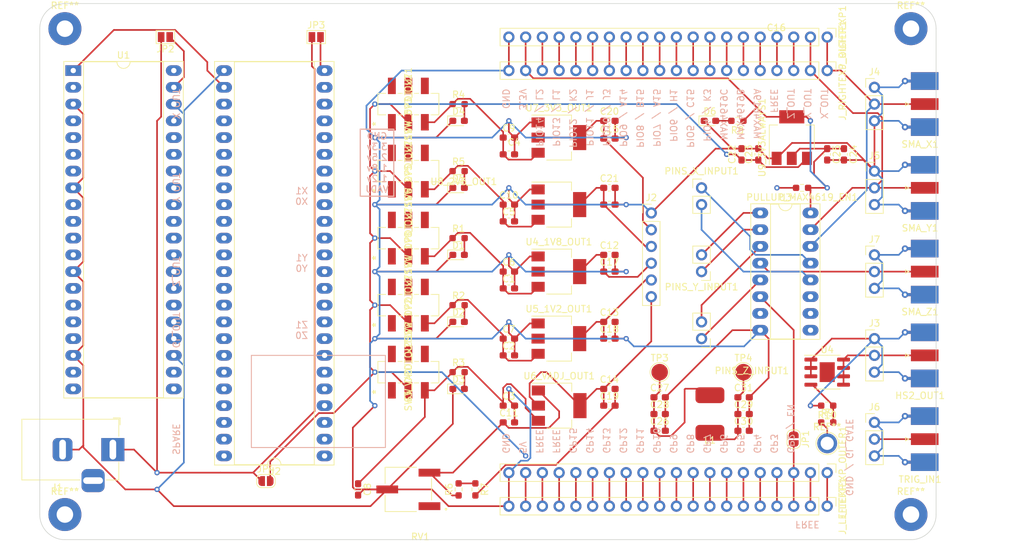
<source format=kicad_pcb>
(kicad_pcb (version 20211014) (generator pcbnew)
  (layers (0 "F.Cu" signal) (1 "In1.Cu" signal) (2 "In2.Cu" signal) (31 "B.Cu" signal) (34 "B.Paste" user) (35 "F.Paste" user) (36 "B.SilkS" user "B.Silkscreen") (37 "F.SilkS" user "F.Silkscreen") (38 "B.Mask" user) (39 "F.Mask" user) (44 "Edge.Cuts" user))
  (net 0 "")
  (net 1 "Net-(C1-Pad1)")
  (net 2 "GND")
  (net 3 "Net-(C2-Pad1)")
  (net 4 "Net-(C3-Pad1)")
  (net 5 "Net-(C4-Pad1)")
  (net 6 "Net-(C10-Pad1)")
  (net 7 "Net-(C11-Pad1)")
  (net 8 "VCC_1V8")
  (net 9 "VCC_1V2")
  (net 10 "VCC_VADJ")
  (net 11 "Net-(C14-Pad2)")
  (net 12 "VCC_3V3")
  (net 13 "VCC_2V5")
  (net 14 "VCC")
  (net 15 "VCC_3V3_ALWAYS")
  (net 16 "Net-(D1-Pad2)")
  (net 17 "Net-(D2-Pad2)")
  (net 18 "Net-(D3-Pad2)")
  (net 19 "Net-(D4-Pad2)")
  (net 20 "Net-(D5-Pad2)")
  (net 21 "Net-(D6-Pad2)")
  (net 22 "HS2_OUT")
  (net 23 "X_OUT")
  (net 24 "Y_OUT")
  (net 25 "TRIG_IN")
  (net 26 "Z_OUT")
  (net 27 "Net-(PINS_X_INPUT1-Pad1)")
  (net 28 "Net-(PINS_X_INPUT1-Pad2)")
  (net 29 "Net-(PINS_Y_INPUT1-Pad1)")
  (net 30 "Net-(PINS_Y_INPUT1-Pad2)")
  (net 31 "Net-(PINS_Z_INPUT1-Pad1)")
  (net 32 "Net-(PINS_Z_INPUT1-Pad2)")
  (net 33 "MAX4619_EN")
  (net 34 "Net-(R6-Pad2)")
  (net 62 "Net-(JP2-Pad1)")
  (net 63 "FREE_LEFT2")
  (net 73 "FPGA_GPIO_12")
  (net 74 "FPGA_GPIO_11")
  (net 75 "FPGA_GPIO_10")
  (net 76 "FPGA_GPIO_9")
  (net 77 "FPGA_GPIO_8")
  (net 78 "FPGA_GPIO_7")
  (net 79 "FPGA_GPIO_6")
  (net 80 "FPGA_GPIO_5")
  (net 81 "FPGA_GPIO_4")
  (net 82 "FPGA_GPIO_3")
  (net 83 "FPGA_GPIO_2")
  (net 85 "MAX4619_C")
  (net 86 "MAX4619_B")
  (net 87 "MAX4619_A")
  (net 89 "RPI_GP0")
  (net 90 "RPI_GP1")
  (net 91 "RPI_GP2")
  (net 92 "RPI_GP3")
  (net 93 "RPI_GP4")
  (net 94 "RPI_GP5")
  (net 95 "RPI_GP6")
  (net 96 "RPI_GP7")
  (net 97 "RPI_GP8")
  (net 98 "RPI_GP9")
  (net 99 "RPI_GP10")
  (net 100 "RPI_GP11")
  (net 101 "RPI_GP12")
  (net 102 "RPI_GP13")
  (net 103 "RPI_GP14")
  (net 104 "RPI_GP15")
  (net 105 "RPI_GP16")
  (net 106 "RPI_GP17")
  (net 119 "FPGA_GPIO_1")
  (net 120 "FILT_IN")
  (net 121 "FILT_OUT")
  (net 122 "FREE_LEFT17")
  (net 123 "FREE_LEFT18")
  (net 124 "FREE_RIGHT4")
  (net 126 "GL_GATE")
  (net 127 "Net-(R10-Pad1)")
  (net 128 "VCC_SWITCHED")
  (net 129 "Net-(U2-Pad24)")
  (footprint "Package_TO_SOT_SMD:SOT-223-3_TabPin2" (layer "F.Cu") (at 189.915714 101.6)
    (fp_text reference "U6_VADJ_OUT1")
    (fp_text value "NCP1117-ADJ_SOT223")
  )
  (footprint "Connector_PinHeader_2.54mm:PinHeader_1x03_P2.54mm_Vertical" (layer "F.Cu") (at 237.720714 53.34)
    (fp_text reference "J4")
    (fp_text value "Conn_01x03")
  )
  (footprint "Connector_PinHeader_2.54mm:PinHeader_1x20_P2.54mm_Vertical" (layer "F.Cu") (at 230.555714 50.8 -90)
    (fp_text reference "J_RIGHTEXP_OUTER1")
    (fp_text value "Conn_01x20")
  )
  (footprint "MountingHole:MountingHole_2.5mm_Pad" (layer "F.Cu") (at 243.255714 118.11)
    (fp_text reference "REF**")
    (fp_text value "MountingHole_2.5mm_Pad")
  )
  (footprint "Capacitor_SMD:C_0603_1608Metric_Pad1.08x0.95mm_HandSolder" (layer "F.Cu") (at 182.295714 60.96)
    (fp_text reference "C9")
    (fp_text value "C")
  )
  (footprint "Resistor_SMD:R_0603_1608Metric_Pad0.98x0.95mm_HandSolder" (layer "F.Cu") (at 174.675714 86.36)
    (fp_text reference "R2")
    (fp_text value "R")
  )
  (footprint "Capacitor_SMD:C_0603_1608Metric_Pad1.08x0.95mm_HandSolder" (layer "F.Cu") (at 197.535714 78.74)
    (fp_text reference "C12")
    (fp_text value "C")
  )
  (footprint "Capacitor_SMD:C_0603_1608Metric_Pad1.08x0.95mm_HandSolder" (layer "F.Cu") (at 197.535714 91.44)
    (fp_text reference "C18")
    (fp_text value "C")
  )
  (footprint "LED_SMD:LED_0603_1608Metric_Pad1.05x0.95mm_HandSolder" (layer "F.Cu") (at 174.675714 58.42)
    (fp_text reference "D4")
    (fp_text value "LED")
  )
  (footprint "Connector_PinHeader_2.54mm:PinHeader_1x20_P2.54mm_Vertical" (layer "F.Cu") (at 230.555714 116.84 -90)
    (fp_text reference "J_LEFTEXP1")
    (fp_text value "Conn_01x20")
  )
  (footprint "all_lib:JS202011SCQN" (layer "F.Cu") (at 167.055714 96.52 90)
    (fp_text reference "SW3_VADJ_OUT1")
    (fp_text value "SW_DPDT_x2")
  )
  (footprint "Capacitor_SMD:C_0603_1608Metric_Pad1.08x0.95mm_HandSolder" (layer "F.Cu") (at 159.435714 114.3 -90)
    (fp_text reference "C8")
    (fp_text value "C")
  )
  (footprint "Capacitor_SMD:C_0603_1608Metric_Pad1.08x0.95mm_HandSolder" (layer "F.Cu") (at 197.535714 61.11)
    (fp_text reference "C15")
    (fp_text value "C")
  )
  (footprint "Capacitor_SMD:C_0603_1608Metric_Pad1.08x0.95mm_HandSolder" (layer "F.Cu") (at 197.535714 71.12)
    (fp_text reference "C16")
    (fp_text value "C")
  )
  (footprint "Package_SO:SOIC-8-1EP_3.9x4.9mm_P1.27mm_EP2.29x3mm" (layer "F.Cu") (at 230.555714 96.52)
    (fp_text reference "U4")
    (fp_text value "irf7807z")
  )
  (footprint "all_lib:TRIM_3361P-1-501GLF" (layer "F.Cu") (at 167.055714 114.3 180)
    (fp_text reference "RV1")
    (fp_text value "R_Potentiometer")
  )
  (footprint "Capacitor_SMD:C_0603_1608Metric_Pad1.08x0.95mm_HandSolder" (layer "F.Cu") (at 205.155714 102.87)
    (fp_text reference "C28")
    (fp_text value "C")
  )
  (footprint "Resistor_SMD:R_0603_1608Metric_Pad0.98x0.95mm_HandSolder" (layer "F.Cu") (at 177.215714 114.3 -90)
    (fp_text reference "R7")
    (fp_text value "R")
  )
  (footprint "TestPoint:TestPoint_Pad_D2.5mm" (layer "F.Cu") (at 217.855714 96.52)
    (fp_text reference "TP4")
    (fp_text value "TestPoint")
  )
  (footprint "Connector_PinHeader_2.54mm:PinHeader_1x20_P2.54mm_Vertical" (layer "F.Cu") (at 230.555714 111.76 -90)
    (fp_text reference "J_LEFTEXP_OUTER1")
    (fp_text value "Conn_01x20")
  )
  (footprint "Package_TO_SOT_SMD:SOT-223-3_TabPin2" (layer "F.Cu") (at 189.875714 71.12)
    (fp_text reference "U8_2V5_OUT1")
    (fp_text value "LD1117S25TR_SOT223")
  )
  (footprint "Resistor_SMD:R_0603_1608Metric_Pad0.98x0.95mm_HandSolder" (layer "F.Cu") (at 174.675714 96.52)
    (fp_text reference "R3")
    (fp_text value "R")
  )
  (footprint "Connector_Coaxial:SMA_Molex_73251-2120_EdgeMount_Horizontal" (layer "F.Cu") (at 245.340714 93.98)
    (fp_text reference "HS2_OUT1")
    (fp_text value "Conn_Coaxial")
  )
  (footprint "Resistor_SMD:R_0603_1608Metric_Pad0.98x0.95mm_HandSolder" (layer "F.Cu") (at 174.675714 76.2)
    (fp_text reference "R1")
    (fp_text value "R")
  )
  (footprint "Capacitor_SMD:C_0603_1608Metric_Pad1.08x0.95mm_HandSolder" (layer "F.Cu") (at 182.295714 93.98)
    (fp_text reference "C2")
    (fp_text value "C")
  )
  (footprint "Connector_PinHeader_2.54mm:PinHeader_1x06_P2.54mm_Vertical" (layer "F.Cu") (at 203.885714 72.39)
    (fp_text reference "J2")
    (fp_text value "Conn_01x06")
  )
  (footprint "Capacitor_SMD:C_0603_1608Metric_Pad1.08x0.95mm_HandSolder" (layer "F.Cu") (at 197.535714 68.58)
    (fp_text reference "C21")
    (fp_text value "C")
  )
  (footprint "all_lib:JS202011SCQN" (layer "F.Cu") (at 167.055714 76.2 90)
    (fp_text reference "SW1_1V8_OUT1")
    (fp_text value "SW_DPDT_x2")
  )
  (footprint "Connector_Coaxial:SMA_Molex_73251-2120_EdgeMount_Horizontal" (layer "F.Cu") (at 245.340714 68.58)
    (fp_text reference "SMA_Y1")
    (fp_text value "Conn_Coaxial")
  )
  (footprint "Package_TO_SOT_SMD:SOT-223-3_TabPin2" (layer "F.Cu") (at 189.875714 91.44)
    (fp_text reference "U5_1V2_OUT1")
    (fp_text value "LD1117S12TR_SOT223")
  )
  (footprint "Resistor_SMD:R_0603_1608Metric_Pad0.98x0.95mm_HandSolder" (layer "F.Cu") (at 226.745714 68.58 180)
    (fp_text reference "PULLUP_MAX4619_EN1")
    (fp_text value "R")
  )
  (footprint "all_lib:JS202011SCQN" (layer "F.Cu") (at 167.055714 66.04 90)
    (fp_text reference "SW5_2V5_OUT1")
    (fp_text value "SW_DPDT_x2")
  )
  (footprint "Connector_Coaxial:SMA_Molex_73251-2120_EdgeMount_Horizontal" (layer "F.Cu") (at 245.340714 106.68)
    (fp_text reference "TRIG_IN1")
    (fp_text value "Conn_Coaxial")
  )
  (footprint "Capacitor_SMD:C_0603_1608Metric_Pad1.08x0.95mm_HandSolder" (layer "F.Cu") (at 197.535714 88.9)
    (fp_text reference "C13")
    (fp_text value "C")
  )
  (footprint "Connector_PinHeader_2.54mm:PinHeader_1x03_P2.54mm_Vertical" (layer "F.Cu") (at 237.720714 78.74)
    (fp_text reference "J7")
    (fp_text value "Conn_01x03")
  )
  (footprint "Connector_PinHeader_2.54mm:PinHeader_1x20_P2.54mm_Vertical" (layer "F.Cu") (at 230.555714 45.72 -90)
    (fp_text reference "J_RIGHTEXP1")
    (fp_text value "Conn_01x20")
  )
  (footprint "Resistor_SMD:R_0603_1608Metric_Pad0.98x0.95mm_HandSolder" (layer "F.Cu") (at 230.555714 101.6 180)
    (fp_text reference "R10")
    (fp_text value "10K R")
  )
  (footprint "MountingHole:MountingHole_2.5mm_Pad" (layer "F.Cu") (at 243.255714 44.45)
    (fp_text reference "REF**")
    (fp_text value "MountingHole_2.5mm_Pad")
  )
  (footprint "Capacitor_SMD:C_0603_1608Metric_Pad1.08x0.95mm_HandSolder" (layer "F.Cu") (at 230.555714 63.5 -90)
    (fp_text reference "C25")
    (fp_text value "C")
  )
  (footprint "all_lib:inductor_2727_wurth" (layer "F.Cu") (at 212.775714 99.22)
    (fp_text reference "L1")
    (fp_text value "INDUCTOR")
  )
  (footprint "Capacitor_SMD:C_0603_1608Metric_Pad1.08x0.95mm_HandSolder" (layer "F.Cu") (at 197.535714 58.42)
    (fp_text reference "C20")
    (fp_text value "C")
  )
  (footprint "Capacitor_SMD:C_0603_1608Metric_Pad1.08x0.95mm_HandSolder" (layer "F.Cu") (at 182.295714 101.6)
    (fp_text reference "C3")
    (fp_text value "C")
  )
  (footprint "Jumper:SolderJumper-2_P1.3mm_Open_Pad1.0x1.5mm" (layer "F.Cu") (at 130.225714 45.72 180)
    (fp_text reference "JP2")
    (fp_text value "SolderJumper_2_Open")
  )
  (footprint "Jumper:SolderJumper-2_P1.3mm_Open_RoundedPad1.0x1.5mm" (layer "F.Cu") (at 225.475714 106.68 -90)
    (fp_text reference "JP1")
    (fp_text value "SolderJumper_2_Open")
  )
  (footprint "Resistor_SMD:R_0603_1608Metric_Pad0.98x0.95mm_HandSolder" (layer "F.Cu") (at 174.675714 66.04)
    (fp_text reference "R5")
    (fp_text value "R")
  )
  (footprint "Resistor_SMD:R_0603_1608Metric_Pad0.98x0.95mm_HandSolder" (layer "F.Cu") (at 230.555714 104.14)
    (fp_text reference "R9")
    (fp_text value "1R")
  )
  (footprint "Capacitor_SMD:C_0603_1608Metric_Pad1.08x0.95mm_HandSolder" (layer "F.Cu") (at 205.155714 105.41)
    (fp_text reference "C26")
    (fp_text value "C")
  )
  (footprint "Capacitor_SMD:C_0603_1608Metric_Pad1.08x0.95mm_HandSolder" (layer "F.Cu") (at 197.535714 99.06)
    (fp_text reference "C14")
    (fp_text value "C")
  )
  (footprint "Connector_PinHeader_2.54mm:PinHeader_1x03_P2.54mm_Vertical" (layer "F.Cu") (at 237.720714 66.04)
    (fp_text reference "J5")
    (fp_text value "Conn_01x03")
  )
  (footprint "Connector_PinHeader_2.54mm:PinHeader_1x03_P2.54mm_Vertical" (layer "F.Cu") (at 237.720714 104.14)
    (fp_text reference "J6")
    (fp_text value "Conn_01x03")
  )
  (footprint "Capacitor_SMD:C_0603_1608Metric_Pad1.08x0.95mm_HandSolder" (layer "F.Cu") (at 217.880714 100.33)
    (fp_text reference "C31")
    (fp_text value "C")
  )
  (footprint "Capacitor_SMD:C_0603_1608Metric_Pad1.08x0.95mm_HandSolder" (layer "F.Cu") (at 182.295714 104.14)
    (fp_text reference "C11")
    (fp_text value "C")
  )
  (footprint "Jumper:SolderJumper-2_P1.3mm_Open_RoundedPad1.0x1.5mm" (layer "F.Cu") (at 145.465714 113.03)
    (fp_text reference "JP4")
    (fp_text value "SolderJumper_2_Open")
  )
  (footprint "Capacitor_SMD:C_0603_1608Metric_Pad1.08x0.95mm_HandSolder" (layer "F.Cu") (at 217.880714 105.41)
    (fp_text reference "C30")
    (fp_text value "C")
  )
  (footprint "Package_TO_SOT_SMD:SOT-223-3_TabPin2" (layer "F.Cu") (at 189.875714 81.28)
    (fp_text reference "U4_1V8_OUT1")
    (fp_text value "LD1117S18TR_SOT223")
  )
  (footprint "Capacitor_SMD:C_0603_1608Metric_Pad1.08x0.95mm_HandSolder" (layer "F.Cu") (at 182.295714 63.5)
    (fp_text reference "C4")
    (fp_text value "C")
  )
  (footprint "MountingHole:MountingHole_2.5mm_Pad" (layer "F.Cu") (at 114.985714 44.45)
    (fp_text reference "REF**")
    (fp_text value "MountingHole_2.5mm_Pad")
  )
  (footprint "TestPoint:TestPoint_Plated_Hole_D2.0mm" (layer "F.Cu") (at 230.555714 107.315)
    (fp_text reference "REF**")
    (fp_text value "TestPoint_Plated_Hole_D2.0mm")
  )
  (footprint "Capacitor_SMD:C_0603_1608Metric_Pad1.08x0.95mm_HandSolder" (layer "F.Cu") (at 197.535714 101.6)
    (fp_text reference "C19")
    (fp_text value "C")
  )
  (footprint "Connector_PinHeader_2.54mm:PinHeader_1x02_P2.54mm_Vertical" (layer "F.Cu") (at 211.505714 91.44 180)
    (fp_text reference "PINS_Z_INPUT1")
    (fp_text value "Conn_01x02")
  )
  (footprint "Capacitor_SMD:C_0603_1608Metric_Pad1.08x0.95mm_HandSolder" (layer "F.Cu") (at 182.295714 83.82)
    (fp_text reference "C1")
    (fp_text value "C")
  )
  (footprint "LED_SMD:LED_0603_1608Metric_Pad1.05x0.95mm_HandSolder" (layer "F.Cu") (at 174.675714 99.06)
    (fp_text reference "D3")
    (fp_text value "LED")
  )
  (footprint "Capacitor_SMD:C_0603_1608Metric_Pad1.08x0.95mm_HandSolder" (layer "F.Cu") (at 182.295714 81.28)
    (fp_text reference "C6")
    (fp_text value "C")
  )
  (footprint "Capacitor_SMD:C_0603_1608Metric_Pad1.08x0.95mm_HandSolder" (layer "F.Cu") (at 233.095714 63.5 -90)
    (fp_text reference "C24")
    (fp_text value "C")
  )
  (footprint "Package_DIP:DIP-48_W15.24mm_Socket_LongPads" (layer "F.Cu") (at 154.355714 109.22 180)
    (fp_text reference "U2")
    (fp_text value "CMOD_A7")
  )
  (footprint "LED_SMD:LED_0603_1608Metric_Pad1.05x0.95mm_HandSolder" (layer "F.Cu") (at 174.675714 88.9)
    (fp_text reference "D2")
    (fp_text value "LED")
  )
  (footprint "LED_SMD:LED_0603_1608Metric_Pad1.05x0.95mm_HandSolder" (layer "F.Cu") (at 174.675714 78.74)
    (fp_text reference "D1")
    (fp_text value "LED")
  )
  (footprint "Capacitor_SMD:C_0603_1608Metric_Pad1.08x0.95mm_HandSolder" (layer "F.Cu") (at 182.295714 91.44)
    (fp_text reference "C7")
    (fp_text value "C")
  )
  (footprint "Package_DIP:DIP-16_W7.62mm_Socket_LongPads" (layer "F.Cu") (at 220.405714 72.38)
    (fp_text reference "U3")
    (fp_text value "max4619cpe+")
  )
  (footprint "Package_DIP:DIP-40_W15.24mm_Socket_LongPads" (layer "F.Cu") (at 116.255714 50.8)
    (fp_text reference "U1")
    (fp_text value "SC0915")
  )
  (footprint "Capacitor_SMD:C_0603_1608Metric_Pad1.08x0.95mm_HandSolder" (layer "F.Cu") (at 182.295714 73.66)
    (fp_text reference "C5")
    (fp_text value "C")
  )
  (footprint "Connector_BarrelJack:BarrelJack_Horizontal" (layer "F.Cu") (at 122.255714 108.2625)
    (fp_text reference "J1")
    (fp_text value "Barrel_Jack")
  )
  (footprint "Resistor_SMD:R_0603_1608Metric_Pad0.98x0.95mm_HandSolder" (layer "F.Cu") (at 216.943214 58.42 180)
    (fp_text reference "R8")
    (fp_text value "R")
  )
  (footprint "TestPoint:TestPoint_Pad_D2.5mm" (layer "F.Cu") (at 205.155714 96.52)
    (fp_text reference "TP3")
    (fp_text value "TestPoint")
  )
  (footprint "Resistor_SMD:R_0603_1608Metric_Pad0.98x0.95mm_HandSolder" (layer "F.Cu") (at 174.675714 114.3 90)
    (fp_text reference "R6")
    (fp_text value "R")
  )
  (footprint "Capacitor_SMD:C_0603_1608Metric_Pad1.08x0.95mm_HandSolder" (layer "F.Cu") (at 217.565714 63.5 90)
    (fp_text reference "C22")
    (fp_text value "C")
  )
  (footprint "Package_TO_SOT_SMD:SOT-223-3_TabPin2" (layer "F.Cu") (at 225.185714 60.96 90)
    (fp_text reference "U9_3V3ALWAYS1")
    (fp_text value "LD1117S33TR_SOT223")
  )
  (footprint "Package_TO_SOT_SMD:SOT-223-3_TabPin2" (layer "F.Cu") (at 189.875714 60.96)
    (fp_text reference "U7_3V3_OUT1")
    (fp_text value "LD1117S33TR_SOT223")
  )
  (footprint "Capacitor_SMD:C_0603_1608Metric_Pad1.08x0.95mm_HandSolder" (layer "F.Cu") (at 217.880714 102.87)
    (fp_text reference "C29")
    (fp_text value "C")
  )
  (footprint "Capacitor_SMD:C_0603_1608Metric_Pad1.08x0.95mm_HandSolder" (layer "F.Cu") (at 182.295714 71.12)
    (fp_text reference "C10")
    (fp_text value "C")
  )
  (footprint "MountingHole:MountingHole_2.5mm_Pad" (layer "F.Cu") (at 114.985714 118.11)
    (fp_text reference "REF**")
    (fp_text value "MountingHole_2.5mm_Pad")
  )
  (footprint "Connector_PinHeader_2.54mm:PinHeader_1x03_P2.54mm_Vertical" (layer "F.Cu") (at 237.720714 91.44)
    (fp_text reference "J3")
    (fp_text value "Conn_01x03")
  )
  (footprint "all_lib:JS202011SCQN" (layer "F.Cu") (at 167.055714 55.88 90)
    (fp_text reference "SW4_3V3_OUT1")
    (fp_text value "SW_DPDT_x2")
  )
  (footprint "Connector_PinHeader_2.54mm:PinHeader_1x02_P2.54mm_Vertical" (layer "F.Cu") (at 211.505714 81.28 180)
    (fp_text reference "PINS_Y_INPUT1")
    (fp_text value "Conn_01x02")
  )
  (footprint "Connector_Coaxial:SMA_Molex_73251-2120_EdgeMount_Horizontal" (layer "F.Cu") (at 245.340714 81.28)
    (fp_text reference "SMA_Z1")
    (fp_text value "Conn_Coaxial")
  )
  (footprint "Capacitor_SMD:C_0603_1608Metric_Pad1.08x0.95mm_HandSolder" (layer "F.Cu") (at 197.535714 81.28)
    (fp_text reference "C17")
    (fp_text value "C")
  )
  (footprint "LED_SMD:LED_0603_1608Metric_Pad1.05x0.95mm_HandSolder" (layer "F.Cu") (at 174.675714 68.58)
    (fp_text reference "D5")
    (fp_text value "LED")
  )
  (footprint "Connector_Coaxial:SMA_Molex_73251-2120_EdgeMount_Horizontal" (layer "F.Cu") (at 245.340714 55.88)
    (fp_text reference "SMA_X1")
    (fp_text value "Conn_Coaxial")
  )
  (footprint "LED_SMD:LED_0603_1608Metric_Pad1.05x0.95mm_HandSolder" (layer "F.Cu") (at 212.775714 58.42)
    (fp_text reference "D6")
    (fp_text value "LED")
  )
  (footprint "all_lib:JS202011SCQN" (layer "F.Cu") (at 167.055714 86.36 90)
    (fp_text reference "SW2_1V2_OUT1")
    (fp_text value "SW_DPDT_x2")
  )
  (footprint "Capacitor_SMD:C_0603_1608Metric_Pad1.08x0.95mm_HandSolder" (layer "F.Cu") (at 220.105714 63.5 90)
    (fp_text reference "C23")
    (fp_text value "C")
  )
  (footprint "Jumper:SolderJumper-2_P1.3mm_Open_Pad1.0x1.5mm" (layer "F.Cu") (at 153.085714 45.72)
    (fp_text reference "JP3")
    (fp_text value "SolderJumper_2_Open")
  )
  (footprint "Resistor_SMD:R_0603_1608Metric_Pad0.98x0.95mm_HandSolder" (layer "F.Cu") (at 174.675714 55.88)
    (fp_text reference "R4")
    (fp_text value "R")
  )
  (footprint "Capacitor_SMD:C_0603_1608Metric_Pad1.08x0.95mm_HandSolder" (layer "F.Cu") (at 205.155714 100.33)
    (fp_text reference "C27")
    (fp_text value "C")
  )
  (footprint "Connector_PinHeader_2.54mm:PinHeader_1x02_P2.54mm_Vertical" (layer "F.Cu") (at 211.505714 68.58)
    (fp_text reference "PINS_X_INPUT1")
    (fp_text value "Conn_01x02")
  )
  (gr_rect (start 143.255714 107.95) (end 163.575714 93.98) (layer "B.SilkS") (width 0.15) (fill none))
  (gr_rect (start 159.765714 69.85) (end 164.845714 59.69) (layer "B.SilkS") (width 0.15) (fill none))
  (gr_rect (start 159.765714 69.85) (end 164.845714 59.69) (layer "B.SilkS") (width 0.15) (fill none))
  (gr_line (start 111.175714 44.45) (end 111.175714 118.11) (layer "Edge.Cuts") (width 0.1))
  (gr_arc (start 247.065714 118.11) (mid 245.949796 120.804086) (end 243.255714 121.92) (layer "Edge.Cuts") (width 0.1))
  (gr_line (start 247.065714 118.11) (end 247.065714 44.45) (layer "Edge.Cuts") (width 0.1))
  (gr_arc (start 114.985714 121.92) (mid 112.291642 120.804076) (end 111.175714 118.11) (layer "Edge.Cuts") (width 0.1))
  (gr_line (start 243.255714 40.64) (end 114.985714 40.64) (layer "Edge.Cuts") (width 0.1))
  (gr_arc (start 243.255714 40.64) (mid 245.949796 41.755922) (end 247.065714 44.45) (layer "Edge.Cuts") (width 0.1))
  (gr_arc (start 111.175714 44.45) (mid 112.291642 41.755932) (end 114.985714 40.64) (layer "Edge.Cuts") (width 0.1))
  (gr_line (start 114.985714 121.92) (end 243.255714 121.92) (layer "Edge.Cuts") (width 0.1))
  (gr_text "GND" (at 181.825714 107.324286 270) (layer "B.SilkS") (effects (font (size 1 1)) (justify mirror)))
  (gr_text "PIO4 / K3" (at 212.305714 57.55619 270) (layer "B.SilkS") (effects (font (size 1 1)) (justify mirror)))
  (gr_text "GND\n3.3v\n2.5v\n1.8v\n1.2v\nVADJ" (at 162.305714 64.77) (layer "B.SilkS") (effects (font (size 1 1)) (justify mirror)))
  (gr_text "PIO7 / A15" (at 204.685714 57.960952 270) (layer "B.SilkS") (effects (font (size 1 1)) (justify mirror)))
  (gr_text "X1\nX0" (at 150.875714 69.85) (layer "B.SilkS") (effects (font (size 1 1)) (justify mirror)))
  (gr_text "FREE" (at 222.465714 55.389524 270) (layer "B.SilkS") (effects (font (size 1 1)) (justify mirror)))
  (gr_text "5V" (at 184.365714 107.943333 270) (layer "B.SilkS") (effects (font (size 1 1)) (justify mirror)))
  (gr_text "3.3V" (at 184.365714 55.175238 270) (layer "B.SilkS") (effects (font (size 1 1)) (justify mirror)))
  (gr_text "PIO14 / L2" (at 186.905714 57.937143 270) (layer "B.SilkS") (effects (font (size 1 1)) (justify mirror)))
  (gr_text "GP13" (at 197.065714 106.895714 270) (layer "B.SilkS") (effects (font (size 1 1)) (justify mirror)))
  (gr_text "Z_OUT" (at 131.825714 81.28 -90) (layer "B.SilkS") (effects (font (size 1 1)) (justify mirror)))
  (gr_text "FREE" (at 186.905714 107.014762 270) (layer "B.SilkS") (effects (font (size 1 1)) (justify mirror)))
  (gr_text "GP7" (at 212.305714 107.371905 270) (layer "B.SilkS") (effects (font (size 1 1)) (justify mirror)))
  (gr_text "GP4" (at 219.925714 107.371905 270) (layer "B.SilkS") (effects (font (size 1 1)) (justify mirror)))
  (gr_text "SPARE" (at 131.825714 106.68 -90) (layer "B.SilkS") (effects (font (size 1 1)) (justify mirror)))
  (gr_text "GND" (at 181.825714 55.08 270) (layer "B.SilkS") (effects (font (size 1 1)) (justify mirror)))
  (gr_text "PIO9 / A14" (at 199.605714 57.960952 270) (layer "B.SilkS") (effects (font (size 1 1)) (justify mirror)))
  (gr_text "GP9" (at 207.225714 107.371905 270) (layer "B.SilkS") (effects (font (size 1 1)) (justify mirror)))
  (gr_text "PIO11 / J1" (at 194.525714 57.913333 270) (layer "B.SilkS") (effects (font (size 1 1)) (justify mirror)))
  (gr_text "PIO12 / K2" (at 191.985714 58.032381 270) (layer "B.SilkS") (effects (font (size 1 1)) (justify mirror)))
  (gr_text "Z_OUT" (at 225.005714 55.841905 270) (layer "B.SilkS") (effects (font (size 1 1)) (justify mirror)))
  (gr_text "Z1\nZ0" (at 150.875714 90.17) (layer "B.SilkS") (effects (font (size 1 1)) (justify mirror)))
  (gr_text "PIO6 / H1" (at 207.225714 57.58 270) (layer "B.SilkS") (effects (font (size 1 1)) (justify mirror)))
  (gr_text "GND\n3.3v\n2.5v\n1.8v\n1.2v\nVADJ" (at 162.305714 64.77) (layer "B.SilkS") (effects (font (size 1 1)) (justify mirror)))
  (gr_text "GP2 / EN" (at 225.005714 105.11 270) (layer "B.SilkS") (effects (font (size 1 1)) (justify mirror)))
  (gr_text "GP5" (at 217.385714 107.371905 270) (layer "B.SilkS") (effects (font (size 1 1)) (justify mirror)))
  (gr_text "PIO8 / B15" (at 202.145714 58.032381 270) (layer "B.SilkS") (effects (font (size 1 1)) (justify mirror)))
  (gr_text "Y_OUT" (at 227.545714 55.794285 270) (layer "B.SilkS") (effects (font (size 1 1)) (justify mirror)))
  (gr_text "GP10" (at 204.685714 106.895714 270) (layer "B.SilkS") (effects (font (size 1 1)) (justify mirror)))
  (gr_text "PIO5 / C15" (at 209.765714 58.032381 270) (layer "B.SilkS") (effects (font (size 1 1)) (justify mirror)))
  (gr_text "Y OUT" (at 131.825714 68.58 -90) (layer "B.SilkS") (effects (font (size 1 1)) (justify mirror)))
  (gr_text "PIO13 / L1" (at 189.445714 57.937143 270) (layer "B.SilkS") (effects (font (size 1 1)) (justify mirror)))
  (gr_text "Y1\nY0" (at 150.875714 80.01) (layer "B.SilkS") (effects (font (size 1 1)) (justify mirror)))
  (gr_text "GP15" (at 191.985714 106.895714 270) (layer "B.SilkS") (effects (font (size 1 1)) (justify mirror)))
  (gr_text "FREE" (at 227.545714 119.595714 180) (layer "B.SilkS") (effects (font (size 1 1)) (justify mirror)))
  (gr_text "GP14" (at 194.525714 106.895714 270) (layer "B.SilkS") (effects (font (size 1 1)) (justify mirror)))
  (gr_text "GP6" (at 214.845714 107.371905 270) (layer "B.SilkS") (effects (font (size 1 1)) (justify mirror)))
  (gr_text "FREE" (at 189.445714 107.014762 270) (layer "B.SilkS") (effects (font (size 1 1)) (justify mirror)))
  (gr_text "X OUT" (at 131.825714 55.88 -90) (layer "B.SilkS") (effects (font (size 1 1)) (justify mirror)))
  (gr_text "MAX4619A" (at 219.925714 57.365714 270) (layer "B.SilkS") (effects (font (size 1 1)) (justify mirror)))
  (gr_text "X_OUT" (at 230.085714 55.841905 270) (layer "B.SilkS") (effects (font (size 1 1)) (justify mirror)))
  (gr_text "PIO10 / J3" (at 197.065714 57.913333 270) (layer "B.SilkS") (effects (font (size 1 1)) (justify mirror)))
  (gr_text "MAX4619B" (at 217.385714 57.437143 270) (layer "B.SilkS") (effects (font (size 1 1)) (justify mirror)))
  (gr_text "GL_OUT" (at 131.825714 90.17 -90) (layer "B.SilkS") (effects (font (size 1 1)) (justify mirror)))
  (gr_text "GP11" (at 202.145714 106.895714 270) (layer "B.SilkS") (effects (font (size 1 1)) (justify mirror)))
  (gr_text "GP8" (at 209.765714 107.371905 270) (layer "B.SilkS") (effects (font (size 1 1)) (justify mirror)))
  (gr_text "GND / GL_GATE" (at 233.895714 109.435714 270) (layer "B.SilkS") (effects (font (size 1 1)) (justify mirror)))
  (gr_text "GP12" (at 199.605714 106.895714 270) (layer "B.SilkS") (effects (font (size 1 1)) (justify mirror)))
  (gr_text "MAX4619C" (at 214.845714 57.437143 270) (layer "B.SilkS") (effects (font (size 1 1)) (justify mirror)))
  (gr_text "GP3" (at 222.465714 107.371905 270) (layer "B.SilkS") (effects (font (size 1 1)) (justify mirror)))
  (segment (start 185.686194 84.61952) (end 186.725714 83.58) (width 0.25) (layer "F.Cu") (net 1))
  (segment (start 176.416194 75.40048) (end 181.433214 80.4175) (width 0.25) (layer "F.Cu") (net 1))
  (segment (start 171.007314 78.9559) (end 173.763214 76.2) (width 0.25) (layer "F.Cu") (net 1))
  (segment (start 182.232734 84.61952) (end 185.686194 84.61952) (width 0.25) (layer "F.Cu") (net 1))
  (segment (start 169.555714 78.9559) (end 171.007314 78.9559) (width 0.25) (layer "F.Cu") (net 1))
  (segment (start 181.433214 80.4175) (end 181.433214 81.28) (width 0.25) (layer "F.Cu") (net 1))
  (segment (start 181.433214 83.82) (end 182.232734 84.61952) (width 0.25) (layer "F.Cu") (net 1))
  (segment (start 181.433214 81.28) (end 181.433214 83.82) (width 0.25) (layer "F.Cu") (net 1))
  (segment (start 173.763214 76.2) (end 174.562734 75.40048) (width 0.25) (layer "F.Cu") (net 1))
  (segment (start 174.562734 75.40048) (end 176.416194 75.40048) (width 0.25) (layer "F.Cu") (net 1))
  (segment (start 237.720704 58.42001) (end 237.720714 58.42) (width 0.25) (layer "F.Cu") (net 2))
  (segment (start 200.075714 91.44) (end 198.398214 91.44) (width 0.25) (layer "F.Cu") (net 2))
  (segment (start 117.780234 82.80452) (end 116.255714 81.28) (width 0.25) (layer "F.Cu") (net 2))
  (segment (start 206.018214 105.41) (end 206.018214 100.33) (width 0.25) (layer "F.Cu") (net 2))
  (segment (start 171.260714 81.28) (end 173.800714 78.74) (width 0.25) (layer "F.Cu") (net 2))
  (segment (start 182.295714 70.2575) (end 182.295714 68.58) (width 0.25) (layer "F.Cu") (net 2))
  (segment (start 216.188214 90.16) (end 206.018214 100.33) (width 0.25) (layer "F.Cu") (net 2))
  (segment (start 161.975714 81.28) (end 171.260714 81.28) (width 0.25) (layer "F.Cu") (net 2))
  (segment (start 183.158214 81.28) (end 185.458214 78.98) (width 0.25) (layer "F.Cu") (net 2))
  (segment (start 116.255714 81.28) (end 117.780234 79.75548) (width 0.25) (layer "F.Cu") (net 2))
  (segment (start 114.635712 108.262496) (end 117.137972 108.262496) (width 0.25) (layer "F.Cu") (net 2))
  (segment (start 221.675714 97.3975) (end 221.675714 91.43) (width 0.25) (layer "F.Cu") (net 2))
  (segment (start 185.458214 89.14) (end 186.725714 89.14) (width 0.25) (layer "F.Cu") (net 2))
  (segment (start 216.118214 62.6375) (end 217.565714 62.6375) (width 0.25) (layer "F.Cu") (net 2))
  (segment (start 183.158214 91.44) (end 183.158214 93.98) (width 0.25) (layer "F.Cu") (net 2))
  (segment (start 183.158214 91.44) (end 182.295714 90.5775) (width 0.25) (layer "F.Cu") (net 2))
  (segment (start 182.295714 60.0975) (end 182.295714 58.42) (width 0.25) (layer "F.Cu") (net 2))
  (segment (start 158.636194 113.970296) (end 158.636194 104.93952) (width 0.25) (layer "F.Cu") (net 2))
  (segment (start 116.255714 68.58) (end 117.780234 67.05548) (width 0.25) (layer "F.Cu") (net 2))
  (segment (start 159.435714 115.1625) (end 160.298214 114.3) (width 0.25) (layer "F.Cu") (net 2))
  (segment (start 171.260714 91.44) (end 173.800714 88.9) (width 0.25) (layer "F.Cu") (net 2))
  (segment (start 116.255714 93.98) (end 117.780234 92.45548) (width 0.25) (layer "F.Cu") (net 2))
  (segment (start 183.158214 81.28) (end 183.158214 83.82) (width 0.25) (layer "F.Cu") (net 2))
  (segment (start 117.780234 92.45548) (end 117.780234 82.80452) (width 0.25) (layer "F.Cu") (net 2))
  (segment (start 183.158214 101.6) (end 182.295714 100.7375) (width 0.25) (layer "F.Cu") (net 2))
  (segment (start 117.780234 67.05548) (end 117.780234 57.40452) (width 0.25) (layer "F.Cu") (net 2))
  (segment (start 233.56601 61.77548) (end 237.720704 65.930174) (width 0.25) (layer "F.Cu") (net 2))
  (segment (start 131.495714 116.84) (end 161.315714 116.84) (width 0.25) (layer "F.Cu") (net 2))
  (segment (start 182.295714 50.8) (end 182.295714 45.72) (width 0.25) (layer "F.Cu") (net 2))
  (segment (start 128.955714 114.3) (end 131.495714 116.84) (width 0.25) (layer "F.Cu") (net 2))
  (segment (start 183.158214 101.6) (end 183.158214 104.14) (width 0.25) (layer "F.Cu") (net 2))
  (segment (start 183.158214 91.44) (end 185.458214 89.14) (width 0.25) (layer "F.Cu") (net 2))
  (segment (start 222.885714 64.11) (end 221.578214 64.11) (width 0.25) (layer "F.Cu") (net 2))
  (segment (start 225.220234 61.77548) (end 233.56601 61.77548) (width 0.25) (layer "F.Cu") (net 2))
  (segment (start 163.855714 114.3) (end 173.800714 104.355) (width 0.25) (layer "F.Cu") (net 2))
  (segment (start 198.398214 68.58) (end 198.398214 71.12) (width 0.25) (layer "F.Cu") (net 2))
  (segment (start 161.975714 91.44) (end 171.260714 91.44) (width 0.25) (layer "F.Cu") (net 2))
  (segment (start 237.720704 65.930174) (end 237.720704 66.04) (width 0.25) (layer "F.Cu") (net 2))
  (segment (start 183.158214 71.12) (end 185.458214 68.82) (width 0.25) (layer "F.Cu") (net 2))
  (segment (start 237.720704 66.04) (end 237.720704 58.42001) (width 0.25) (layer "F.Cu") (net 2))
  (segment (start 185.458214 68.82) (end 186.725714 68.82) (width 0.25) (layer "F.Cu") (net 2))
  (segment (start 198.548214 60.96) (end 198.398214 61.11) (width 0.25) (layer "F.Cu") (net 2))
  (segment (start 198.398214 78.74) (end 198.398214 81.28) (width 0.25) (layer "F.Cu") (net 2))
  (segment (start 158.965898 114.3) (end 158.636194 113.970296) (width 0.25) (layer "F.Cu") (net 2))
  (segment (start 200.075714 60.96) (end 198.548214 60.96) (width 0.25) (layer "F.Cu") (net 2))
  (segment (start 211.900714 58.42) (end 216.118214 62.6375) (width 0.25) (layer "F.Cu") (net 2))
  (segment (start 228.080714 94.615) (end 231.255714 91.44) (width 0.25) (layer "F.Cu") (net 2))
  (segment (start 160.298214 114.3) (end 163.855714 114.3) (width 0.25) (layer "F.Cu") (net 2))
  (segment (start 182.295714 116.84) (end 173.149736 116.84) (width 0.25) (layer "F.Cu") (net 2))
  (segment (start 124.144192 114.3) (end 117.780234 107.936042) (width 0.25) (layer "F.Cu") (net 2))
  (segment (start 161.975714 60.96) (end 171.260714 60.96) (width 0.25) (layer "F.Cu") (net 2))
  (segment (start 183.158214 60.96) (end 182.295714 60.0975) (width 0.25) (layer "F.Cu") (net 2))
  (segment (start 228.080714 97.155) (end 228.080714 94.615) (width 0.25) (layer "F.Cu") (net 2))
  (segment (start 221.578214 64.11) (end 220.105714 62.6375) (width 0.25) (layer "F.Cu") (net 2))
  (segment (start 117.780234 107.620234) (end 117.780234 95.50452) (width 0.25) (layer "F.Cu") (net 2))
  (segment (start 200.075714 71.12) (end 198.398214 71.12) (width 0.25) (layer "F.Cu") (net 2))
  (segment (start 185.458214 78.98) (end 186.725714 78.98) (width 0.25) (layer "F.Cu") (net 2))
  (segment (start 230.555714 64.3625) (end 233.095714 64.3625) (width 0.25) (layer "F.Cu") (net 2))
  (segment (start 182.295716 111.759992) (end 182.295716 116.839992) (width 0.25) (layer "F.Cu") (net 2))
  (segment (start 218.743214 105.41) (end 218.743214 100.33) (width 0.25) (layer "F.Cu") (net 2))
  (segment (start 158.636194 104.93952) (end 161.975714 101.6) (width 0.25) (layer "F.Cu") (net 2))
  (segment (start 173.149736 116.84) (end 170.609736 114.3) (width 0.25) (layer "F.Cu") (net 2))
  (segment (start 183.158214 60.96) (end 183.158214 63.5) (width 0.25) (layer "F.Cu") (net 2))
  (segment (start 230.555714 111.76) (end 230.555714 116.84) (width 0.25) (layer "F.Cu") (net 2))
  (segment (start 117.780234 79.75548) (end 117.780234 70.10452) (width 0.25) (layer "F.Cu") (net 2))
  (segment (start 163.855714 114.3) (end 158.965898 114.3) (width 0.25) (layer "F.Cu") (net 2))
  (segment (start 173.800714 104.355) (end 173.800714 99.06) (width 0.25) (layer "F.Cu") (net 2))
  (segment (start 220.405714 90.16) (end 221.675714 91.43) (width 0.25) (layer "F.Cu") (net 2))
  (segment (start 237.720704 66.04) (end 236.043204 64.3625) (width 0.25) (layer "F.Cu") (net 2))
  (segment (start 183.158214 71.12) (end 183.158214 73.66) (width 0.25) (layer "F.Cu") (net 2))
  (segment (start 222.885714 64.11) (end 225.220234 61.77548) (width 0.25) (layer "F.Cu") (net 2))
  (segment (start 198.398214 88.9) (end 198.398214 91.44) (width 0.25) (layer "F.Cu") (net 2))
  (segment (start 217.565714 62.6375) (end 220.105714 62.6375) (width 0.25) (layer "F.Cu") (net 2))
  (segment (start 161.315714 116.84) (end 163.855714 114.3) (width 0.25) (layer "F.Cu") (net 2))
  (segment (start 213.638214 62.6375) (end 217.565714 62.6375) (width 0.25) (layer "F.Cu") (net 2))
  (segment (start 128.955714 114.3) (end 124.144192 114.3) (width 0.25) (layer "F.Cu") (net 2))
  (segment (start 198.398214 58.42) (end 198.398214 61.11) (width 0.25) (layer "F.Cu") (net 2))
  (segment (start 170.609736 114.3) (end 163.855714 114.3) (width 0.25) (layer "F.Cu") (net 2))
  (segment (start 200.075714 81.28) (end 198.398214 81.28) (width 0.25) (layer "F.Cu") (net 2))
  (segment (start 171.260714 71.12) (end 173.800714 68.58) (width 0.25) (layer "F.Cu") (net 2))
  (segment (start 182.295714 100.7375) (end 182.295714 99.06) (width 0.25) (layer "F.Cu") (net 2))
  (segment (start 183.158214 71.12) (end 182.295714 70.2575) (width 0.25) (layer "F.Cu") (net 2))
  (segment (start 117.780234 107.936042) (end 117.780234 107.620234) (width 0.25) (layer "F.Cu") (net 2))
  (segment (start 203.885714 72.39) (end 213.638214 62.6375) (width 0.25) (layer "F.Cu") (net 2))
  (segment (start 117.780234 57.40452) (end 116.255714 55.88) (width 0.25) (layer "F.Cu") (net 2))
  (segment (start 182.295714 80.4175) (end 182.295714 78.74) (width 0.25) (layer "F.Cu") (net 2))
  (segment (start 182.295714 90.5775) (end 182.295714 88.9) (width 0.25) (layer "F.Cu") (net 2))
  (segment (start 117.137972 108.262496) (end 117.780234 107.620234) (width 0.25) (layer "F.Cu") (net 2))
  (segment (start 220.405714 90.16) (end 216.188214 90.16) (width 0.25) (layer "F.Cu") (net 2))
  (segment (start 218.743214 100.33) (end 221.675714 97.3975) (width 0.25) (layer "F.Cu") (net 2))
  (segment (start 183.158214 81.28) (end 182.295714 80.4175) (width 0.25) (layer "F.Cu") (net 2))
  (segment (start 231.255714 91.44) (end 237.720704 91.44) (width 0.25) (layer "F.Cu") (net 2))
  (segment (start 185.458214 58.66) (end 186.725714 58.66) (width 0.25) (layer "F.Cu") (net 2))
  (segment (start 117.780234 95.50452) (end 116.255714 93.98) (width 0.25) (layer "F.Cu") (net 2))
  (segment (start 229.643214 101.6) (end 228.015714 101.6) (width 0.25) (layer "F.Cu") (net 2))
  (segment (start 171.260714 60.96) (end 173.800714 58.42) (width 0.25) (layer "F.Cu") (net 2))
  (segment (start 183.158214 60.96) (end 185.458214 58.66) (width 0.25) (layer "F.Cu") (net 2))
  (segment (start 161.975714 71.12) (end 171.260714 71.12) (width 0.25) (layer "F.Cu") (net 2))
  (segment (start 236.043204 64.3625) (end 233.095714 64.3625) (width 0.25) (layer "F.Cu") (net 2))
  (segment (start 117.780234 70.10452) (end 116.255714 68.58) (width 0.25) (layer "F.Cu") (net 2))
  (via (at 182.295714 78.74) (size 0.8) (drill 0.4) (layers "F.Cu" "B.Cu") (net 2))
  (via (at 161.975714 71.12) (size 0.8) (drill 0.4) (layers "F.Cu" "B.Cu") (net 2))
  (via (at 200.075714 91.44) (size 0.8) (drill 0.4) (layers "F.Cu" "B.Cu") (net 2))
  (via (at 200.075714 81.28) (size 0.8) (drill 0.4) (layers "F.Cu" "B.Cu") (net 2))
  (via (at 182.295714 99.06) (size 0.8) (drill 0.4) (layers "F.Cu" "B.Cu") (net 2))
  (via (at 200.075714 71.12) (size 0.8) (drill 0.4) (layers "F.Cu" "B.Cu") (net 2))
  (via (at 161.975714 81.28) (size 0.8) (drill 0.4) (layers "F.Cu" "B.Cu") (net 2))
  (via (at 200.075714 60.96) (size 0.8) (drill 0.4) (layers "F.Cu" "B.Cu") (net 2))
  (via (at 228.015714 101.6) (size 0.8) (drill 0.4) (layers "F.Cu" "B.Cu") (net 2))
  (via (at 161.975714 91.44) (size 0.8) (drill 0.4) (layers "F.Cu" "B.Cu") (net 2))
  (via (at 161.975714 101.6) (size 0.8) (drill 0.4) (layers "F.Cu" "B.Cu") (net 2))
  (via (at 128.955714 114.3) (size 0.8) (drill 0.4) (layers "F.Cu" "B.Cu") (net 2))
  (via (at 182.295714 58.42) (size 0.8) (drill 0.4) (layers "F.Cu" "B.Cu") (net 2))
  (via (at 161.975714 60.96) (size 0.8) (drill 0.4) (layers "F.Cu" "B.Cu") (net 2))
  (via (at 182.295714 68.58) (size 0.8) (drill 0.4) (layers "F.Cu" "B.Cu") (net 2))
  (via (at 182.295714 88.9) (size 0.8) (drill 0.4) (layers "F.Cu" "B.Cu") (net 2))
  (segment (start 241.403214 96.52) (end 242.355714 97.4725) (width 0.25) (layer "B.Cu") (net 2))
  (segment (start 182.295714 78.74) (end 184.835714 81.28) (width 0.25) (layer "B.Cu") (net 2))
  (segment (start 133.020234 57.40452) (end 133.020234 56.89548) (width 0.25) (layer "B.Cu") (net 2))
  (segment (start 179.755714 81.28) (end 161.975714 81.28) (width 0.25) (layer "B.Cu") (net 2))
  (segment (start 237.720704 91.44) (end 238.895225 92.614521) (width 0.25) (layer "B.Cu") (net 2))
  (segment (start 184.111203 109.944511) (end 182.295714 111.76) (width 0.25) (layer "B.Cu") (net 2))
  (segment (start 182.295714 68.58) (end 179.755714 71.12) (width 0.25) (layer "B.Cu") (net 2))
  (segment (start 184.835714 71.12) (end 200.075714 71.12) (width 0.25) (layer "B.Cu") (net 2))
  (segment (start 162.700225 71.844511) (end 161.975714 71.12) (width 0.25) (layer "B.Cu") (net 2))
  (segment (start 237.720704 53.34) (end 238.895225 54.514521) (width 0.25) (layer "B.Cu") (net 2))
  (segment (start 133.020234 57.40452) (end 131.495714 55.88) (width 0.25) (layer "B.Cu") (net 2))
  (segment (start 238.895225 67.214521) (end 238.895225 69.945489) (width 0.25) (layer "B.Cu") (net 2))
  (segment (start 237.720714 83.82) (end 241.403214 83.82) (width 0.25) (layer "B.Cu") (net 2))
  (segment (start 202.615714 71.12) (end 203.885714 72.39) (width 0.25) (layer "B.Cu") (net 2))
  (segment (start 185.135817 109.944511) (end 184.111203 109.944511) (width 0.25) (layer "B.Cu") (net 2))
  (segment (start 161.251203 100.875489) (end 161.251203 92.164511) (width 0.25) (layer "B.Cu") (net 2))
  (segment (start 200.075714 71.12) (end 202.615714 71.12) (width 0.25) (layer "B.Cu") (net 2))
  (segment (start 238.895225 82.645489) (end 237.720714 83.82) (width 0.25) (layer "B.Cu") (net 2))
  (segment (start 179.755714 60.96) (end 161.975714 60.96) (width 0.25) (layer "B.Cu") (net 2))
  (segment (start 182.295714 68.58) (end 184.835714 71.12) (width 0.25) (layer "B.Cu") (net 2))
  (segment (start 237.720704 104.14) (end 241.403214 104.14) (width 0.25) (layer "B.Cu") (net 2))
  (segment (start 241.403214 58.42) (end 242.355714 59.3725) (width 0.25) (layer "B.Cu") (net 2))
  (segment (start 241.403214 109.22) (end 242.355714 110.1725) (width 0.25) (layer "B.Cu") (net 2))
  (segment (start 238.895225 69.945489) (end 237.720714 71.12) (width 0.25) (layer "B.Cu") (net 2))
  (segment (start 162.700225 80.555489) (end 162.700225 71.844511) (width 0.25) (layer "B.Cu") (net 2))
  (segment (start 166.0311 50.8) (end 160.705714 56.125386) (width 0.25) (layer "B.Cu") (net 2))
  (segment (start 184.835714 91.44) (end 200.075714 91.44) (width 0.25) (layer "B.Cu") (net 2))
  (segment (start 182.295714 88.9) (end 179.755714 91.44) (width 0.25) (layer "B.Cu") (net 2))
  (segment (start 161.975714 91.44) (end 162.700225 90.715489) (width 0.25) (layer "B.Cu") (net 2))
  (segment (start 241.403214 91.44) (end 242.355714 90.4875) (width 0.25) (layer "B.Cu") (net 2))
  (segment (start 238.895225 108.045489) (end 237.720714 109.22) (width 0.25) (layer "B.Cu") (net 2))
  (segment (start 238.895225 105.314521) (end 238.895225 108.045489) (width 0.25) (layer "B.Cu") (net 2))
  (segment (start 241.403214 71.12) (end 242.355714 72.0725) (width 0.25) (layer "B.Cu") (net 2))
  (segment (start 182.295714 88.9) (end 184.835714 91.44) (width 0.25) (layer "B.Cu") (net 2))
  (segment (start 161.975714 101.6) (end 161.251203 100.875489) (width 0.25) (layer "B.Cu") (net 2))
  (segment (start 133.020234 95.50452) (end 133.020234 57.40452) (width 0.25) (layer "B.Cu") (net 2))
  (segment (start 241.403214 83.82) (end 242.355714 84.7725) (width 0.25) (layer "B.Cu") (net 2))
  (segment (start 162.700225 90.715489) (end 162.700225 82.004511) (width 0.25) (layer "B.Cu") (net 2))
  (segment (start 238.895225 54.514521) (end 238.895225 57.245489) (width 0.25) (layer "B.Cu") (net 2))
  (segment (start 161.975714 81.28) (end 162.700225 80.555489) (width 0.25) (layer "B.Cu") (net 2))
  (segment (start 228.015714 101.14499) (end 237.720704 91.44) (width 0.25) (layer "B.Cu") (net 2))
  (segment (start 241.403214 104.14) (end 242.355714 103.1875) (width 0.25) (layer "B.Cu") (net 2))
  (segment (start 237.720704 66.04) (end 241.403214 66.04) (width 0.25) (layer "B.Cu") (net 2))
  (segment (start 161.251203 92.164511) (end 161.975714 91.44) (width 0.25) (layer "B.Cu") (net 2))
  (segment (start 201.250225 92.614511) (end 217.951203 92.614511) (width 0.25) (layer "B.Cu") (net 2))
  (segment (start 179.755714 71.12) (end 161.975714 71.12) (width 0.25) (layer "B.Cu") (net 2))
  (segment (start 185.560225 109.520103) (end 185.135817 109.944511) (width 0.25) (layer "B.Cu") (net 2))
  (segment (start 179.755714 91.44) (end 161.975714 91.44) (width 0.25) (layer "B.Cu") (net 2))
  (segment (start 182.295714 50.8) (end 166.0311 50.8) (width 0.25) (layer "B.Cu") (net 2))
  (segment (start 161.975714 71.12) (end 162.700225 70.395489) (width 0.25) (layer "B.Cu") (net 2))
  (segment (start 238.895225 95.345489) (end 237.720714 96.52) (width 0.25) (layer "B.Cu") (net 2))
  (segment (start 237.720714 109.22) (end 241.403214 109.22) (width 0.25) (layer "B.Cu") (net 2))
  (segment (start 133.020234 95.50452) (end 131.495714 93.98) (width 0.25) (layer "B.Cu") (net 2))
  (segment (start 241.403214 53.34) (end 242.355714 52.3875) (width 0.25) (layer "B.Cu") (net 2))
  (segment (start 241.403214 66.04) (end 242.355714 65.0875) (width 0.25) (layer "B.Cu") (net 2))
  (segment (start 238.895225 92.614521) (end 238.895225 95.345489) (width 0.25) (layer "B.Cu") (net 2))
  (segment (start 237.720704 78.74) (end 238.895225 79.914521) (width 0.25) (layer "B.Cu") (net 2))
  (segment (start 128.955714 114.3) (end 133.020234 110.23548) (width 0.25) (layer "B.Cu") (net 2))
  (segment (start 133.020234 110.23548) (end 133.020234 95.50452) (width 0.25) (layer "B.Cu") (net 2))
  (segment (start 237.720704 104.14) (end 238.895225 105.314521) (width 0.25) (layer "B.Cu") (net 2))
  (segment (start 237.720714 58.42) (end 241.403214 58.42) (width 0.25) (layer "B.Cu") (net 2))
  (segment (start 133.020234 56.89548) (end 139.115714 50.8) (width 0.25) (layer "B.Cu") (net 2))
  (segment (start 162.700225 70.395489) (end 162.700225 61.684511) (width 0.25) (layer "B.Cu") (net 2))
  (segment (start 160.705714 56.125386) (end 160.705714 59.69) (width 0.25) (layer "B.Cu") (net 2))
  (segment (start 237.720714 96.52) (end 241.403214 96.52) (width 0.25) (layer "B.Cu") (net 2))
  (segment (start 237.720704 78.74) (end 241.403214 78.74) (width 0.25) (layer "B.Cu") (net 2))
  (segment (start 217.951203 92.614511) (end 220.405714 90.16) (width 0.25) (layer "B.Cu") (net 2))
  (segment (start 237.720704 91.44) (end 241.403214 91.44) (width 0.25) (layer "B.Cu") (net 2))
  (segment (start 185.560225 102.324511) (end 185.560225 109.520103) (width 0.25) (layer "B.Cu") (net 2))
  (segment (start 182.295714 58.42) (end 184.835714 60.96) (width 0.25) (layer "B.Cu") (net 2))
  (segment (start 182.295714 58.42) (end 179.755714 60.96) (width 0.25) (layer "B.Cu") (net 2))
  (segment (start 228.015714 101.6) (end 228.015714 101.14499) (width 0.25) (layer "B.Cu") (net 2))
  (segment (start 237.720704 53.34) (end 241.403214 53.34) (width 0.25) (layer "B.Cu") (net 2))
  (segment (start 238.895225 57.245489) (end 237.720714 58.42) (width 0.25) (layer "B.Cu") (net 2))
  (segment (start 241.403214 78.74) (end 242.355714 77.7875) (width 0.25) (layer "B.Cu") (net 2))
  (segment (start 162.700225 61.684511) (end 161.975714 60.96) (width 0.25) (layer "B.Cu") (net 2))
  (segment (start 184.835714 60.96) (end 200.075714 60.96) (width 0.25) (layer "B.Cu") (net 2))
  (segment (start 238.895225 79.914521) (end 238.895225 82.645489) (width 0.25) (layer "B.Cu") (net 2))
  (segment (start 184.835714 81.28) (end 200.075714 81.28) (width 0.25) (layer "B.Cu") (net 2))
  (segment (start 160.705714 59.69) (end 161.975714 60.96) (width 0.25) (layer "B.Cu") (net 2))
  (segment (start 182.295714 99.06) (end 185.560225 102.324511) (width 0.25) (layer "B.Cu") (net 2))
  (segment (start 237.720704 66.04) (end 238.895225 67.214521) (width 0.25) (layer "B.Cu") (net 2))
  (segment (start 237.720714 71.12) (end 241.403214 71.12) (width 0.25) (layer "B.Cu") (net 2))
  (segment (start 200.075714 91.44) (end 201.250225 92.614511) (width 0.25) (layer "B.Cu") (net 2))
  (segment (start 182.295714 78.74) (end 179.755714 81.28) (width 0.25) (layer "B.Cu") (net 2))
  (segment (start 162.700225 82.004511) (end 161.975714 81.28) (width 0.25) (layer "B.Cu") (net 2))
  (segment (start 181.433214 91.44) (end 181.433214 93.98) (width 0.25) (layer "F.Cu") (net 3))
  (segment (start 182.232734 94.77952) (end 185.686194 94.77952) (width 0.25) (layer "F.Cu") (net 3))
  (segment (start 171.007314 89.1159) (end 173.763214 86.36) (width 0.25) (layer "F.Cu") (net 3))
  (segment (start 181.433214 90.922684) (end 181.433214 91.44) (width 0.25) (layer "F.Cu") (net 3))
  (segment (start 174.562734 85.56048) (end 176.07101 85.56048) (width 0.25) (layer "F.Cu") (net 3))
  (segment (start 173.763214 86.36) (end 174.562734 85.56048) (width 0.25) (layer "F.Cu") (net 3))
  (segment (start 169.555714 89.1159) (end 171.007314 89.1159) (width 0.25) (layer "F.Cu") (net 3))
  (segment (start 181.433214 93.98) (end 182.232734 94.77952) (width 0.25) (layer "F.Cu") (net 3))
  (segment (start 176.07101 85.56048) (end 181.433214 90.922684) (width 0.25) (layer "F.Cu") (net 3))
  (segment (start 185.686194 94.77952) (end 186.725714 93.74) (width 0.25) (layer "F.Cu") (net 3))
  (segment (start 169.555714 99.2759) (end 171.007314 99.2759) (width 0.25) (layer "F.Cu") (net 4))
  (segment (start 169.555714 103.3175) (end 159.435714 113.4375) (width 0.25) (layer "F.Cu") (net 4))
  (segment (start 181.433214 101.082684) (end 181.433214 101.6) (width 0.25) (layer "F.Cu") (net 4))
  (segment (start 169.555714 99.2759) (end 169.555714 103.3175) (width 0.25) (layer "F.Cu") (net 4))
  (segment (start 181.995611 98.335489) (end 182.595817 98.335489) (width 0.25) (layer "F.Cu") (net 4))
  (segment (start 181.433214 101.6) (end 181.433214 98.897886) (width 0.25) (layer "F.Cu") (net 4))
  (segment (start 182.595817 98.335489) (end 184.835714 100.575386) (width 0.25) (layer "F.Cu") (net 4))
  (segment (start 174.562734 95.72048) (end 176.07101 95.72048) (width 0.25) (layer "F.Cu") (net 4))
  (segment (start 184.835714 100.575386) (end 184.835714 101.97) (width 0.25) (layer "F.Cu") (net 4))
  (segment (start 184.835714 101.97) (end 186.765714 103.9) (width 0.25) (layer "F.Cu") (net 4))
  (segment (start 176.07101 95.72048) (end 181.433214 101.082684) (width 0.25) (layer "F.Cu") (net 4))
  (segment (start 171.007314 99.2759) (end 173.763214 96.52) (width 0.25) (layer "F.Cu") (net 4))
  (segment (start 181.433214 98.897886) (end 181.995611 98.335489) (width 0.25) (layer "F.Cu") (net 4))
  (segment (start 173.763214 96.52) (end 174.562734 95.72048) (width 0.25) (layer "F.Cu") (net 4))
  (segment (start 173.763214 55.88) (end 174.562734 55.08048) (width 0.25) (layer "F.Cu") (net 5))
  (segment (start 182.232734 64.29952) (end 181.433214 63.5) (width 0.25) (layer "F.Cu") (net 5))
  (segment (start 176.416194 55.08048) (end 181.433214 60.0975) (width 0.25) (layer "F.Cu") (net 5))
  (segment (start 181.433214 60.0975) (end 181.433214 60.96) (width 0.25) (layer "F.Cu") (net 5))
  (segment (start 181.433214 60.96) (end 181.433214 63.5) (width 0.25) (layer "F.Cu") (net 5))
  (segment (start 186.725714 63.26) (end 185.686194 64.29952) (width 0.25) (layer "F.Cu") (net 5))
  (segment (start 185.686194 64.29952) (end 182.232734 64.29952) (width 0.25) (layer "F.Cu") (net 5))
  (segment (start 169.555714 58.6359) (end 171.007314 58.6359) (width 0.25) (layer "F.Cu") (net 5))
  (segment (start 174.562734 55.08048) (end 176.416194 55.08048) (width 0.25) (layer "F.Cu") (net 5))
  (segment (start 171.007314 58.6359) (end 173.763214 55.88) (width 0.25) (layer "F.Cu") (net 5))
  (segment (start 181.433214 73.66) (end 182.232734 74.45952) (width 0.25) (layer "F.Cu") (net 6))
  (segment (start 174.562734 65.24048) (end 176.07101 65.24048) (width 0.25) (layer "F.Cu") (net 6))
  (segment (start 182.232734 74.45952) (end 185.686194 74.45952) (width 0.25) (layer "F.Cu") (net 6))
  (segment (start 185.686194 74.45952) (end 186.725714 73.42) (width 0.25) (layer "F.Cu") (net 6))
  (segment (start 169.555714 68.7959) (end 171.007314 68.7959) (width 0.25) (layer "F.Cu") (net 6))
  (segment (start 176.07101 65.24048) (end 181.433214 70.602684) (width 0.25) (layer "F.Cu") (net 6))
  (segment (start 173.763214 66.04) (end 174.562734 65.24048) (width 0.25) (layer "F.Cu") (net 6))
  (segment (start 181.433214 70.602684) (end 181.433214 71.12) (width 0.25) (layer "F.Cu") (net 6))
  (segment (start 181.433214 71.12) (end 181.433214 73.66) (width 0.25) (layer "F.Cu") (net 6))
  (segment (start 171.007314 68.7959) (end 173.763214 66.04) (width 0.25) (layer "F.Cu") (net 6))
  (segment (start 173.708214 115.2125) (end 174.675714 115.2125) (width 0.25) (layer "F.Cu") (net 7))
  (segment (start 173.813214 111.76) (end 170.255714 111.76) (width 0.25) (layer "F.Cu") (net 7))
  (segment (start 170.255714 111.76) (end 173.708214 115.2125) (width 0.25) (layer "F.Cu") (net 7))
  (segment (start 181.433214 104.14) (end 173.813214 111.76) (width 0.25) (layer "F.Cu") (net 7))
  (segment (start 181.433214 104.14) (end 182.267725 104.974511) (width 0.25) (layer "F.Cu") (net 7))
  (segment (start 189.915714 102.45) (end 186.765714 99.3) (width 0.25) (layer "F.Cu") (net 7))
  (segment (start 182.267725 104.974511) (end 188.366692 104.974511) (width 0.25) (layer "F.Cu") (net 7))
  (segment (start 188.366692 104.974511) (end 189.915714 103.425489) (width 0.25) (layer "F.Cu") (net 7))
  (segment (start 189.915714 103.425489) (end 189.915714 102.45) (width 0.25) (layer "F.Cu") (net 7))
  (segment (start 197.472734 82.07952) (end 201.816194 82.07952) (width 0.25) (layer "F.Cu") (net 8))
  (segment (start 186.725714 81.28) (end 193.025714 81.28) (width 0.25) (layer "F.Cu") (net 8))
  (segment (start 196.673214 78.74) (end 196.673214 81.28) (width 0.25) (layer "F.Cu") (net 8))
  (segment (start 195.565714 78.74) (end 196.673214 78.74) (width 0.25) (layer "F.Cu") (net 8))
  (segment (start 201.816194 82.07952) (end 203.885714 80.01) (width 0.25) (layer "F.Cu") (net 8))
  (segment (start 193.025714 81.28) (end 195.565714 78.74) (width 0.25) (layer "F.Cu") (net 8))
  (segment (start 196.673214 81.28) (end 197.472734 82.07952) (width 0.25) (layer "F.Cu") (net 8))
  (segment (start 196.673214 88.9) (end 196.673214 91.44) (width 0.25) (layer "F.Cu") (net 9))
  (segment (start 193.025714 91.44) (end 195.565714 88.9) (width 0.25) (layer "F.Cu") (net 9))
  (segment (start 195.565714 88.9) (end 196.673214 88.9) (width 0.25) (layer "F.Cu") (net 9))
  (segment (start 186.725714 91.44) (end 193.025714 91.44) (width 0.25) (layer "F.Cu") (net 9))
  (segment (start 203.023214 82.55) (end 203.885714 82.55) (width 0.25) (layer "F.Cu") (net 9))
  (segment (start 196.673214 88.9) (end 203.023214 82.55) (width 0.25) (layer "F.Cu") (net 9))
  (segment (start 187.985714 96.52) (end 193.065714 101.6) (width 0.25) (layer "F.Cu") (net 10))
  (segment (start 185.441203 98.225489) (end 187.146692 96.52) (width 0.25) (layer "F.Cu") (net 10))
  (segment (start 196.673214 99.06) (end 196.673214 101.6) (width 0.25) (layer "F.Cu") (net 10))
  (segment (start 186.765714 101.6) (end 185.441203 100.275489) (width 0.25) (layer "F.Cu") (net 10))
  (segment (start 196.673214 99.06) (end 203.885714 91.8475) (width 0.25) (layer "F.Cu") (net 10))
  (segment (start 195.605714 99.06) (end 196.673214 99.06) (width 0.25) (layer "F.Cu") (net 10))
  (segment (start 187.146692 96.52) (end 187.985714 96.52) (width 0.25) (layer "F.Cu") (net 10))
  (segment (start 185.441203 100.275489) (end 185.441203 98.225489) (width 0.25) (layer "F.Cu") (net 10))
  (segment (start 203.885714 91.8475) (end 203.885714 85.09) (width 0.25) (layer "F.Cu") (net 10))
  (segment (start 193.065714 101.6) (end 195.605714 99.06) (width 0.25) (layer "F.Cu") (net 10))
  (segment (start 181.121203 111.273501) (end 181.809215 110.585489) (width 0.25) (layer "F.Cu") (net 11))
  (segment (start 198.398214 99.06) (end 198.398214 101.6) (width 0.25) (layer "F.Cu") (net 11))
  (segment (start 181.121203 111.307011) (end 181.121203 111.273501) (width 0.25) (layer "F.Cu") (net 11))
  (segment (start 189.412725 110.585489) (end 198.398214 101.6) (width 0.25) (layer "F.Cu") (net 11))
  (segment (start 181.809215 110.585489) (end 189.412725 110.585489) (width 0.25) (layer "F.Cu") (net 11))
  (segment (start 177.215714 115.2125) (end 181.121203 111.307011) (width 0.25) (layer "F.Cu") (net 11))
  (segment (start 196.673214 58.42) (end 196.673214 61.11) (width 0.25) (layer "F.Cu") (net 12))
  (segment (start 195.565714 58.42) (end 196.673214 58.42) (width 0.25) (layer "F.Cu") (net 12))
  (segment (start 196.673214 61.11) (end 202.615714 67.0525) (width 0.25) (layer "F.Cu") (net 12))
  (segment (start 193.025714 60.96) (end 195.565714 58.42) (width 0.25) (layer "F.Cu") (net 12))
  (segment (start 186.725714 60.96) (end 193.025714 60.96) (width 0.25) (layer "F.Cu") (net 12))
  (segment (start 202.615714 67.0525) (end 202.615714 73.66) (width 0.25) (layer "F.Cu") (net 12))
  (segment (start 202.615714 73.66) (end 203.885714 74.93) (width 0.25) (layer "F.Cu") (net 12))
  (segment (start 196.673214 71.12) (end 203.023214 77.47) (width 0.25) (layer "F.Cu") (net 13))
  (segment (start 195.565714 68.58) (end 196.673214 68.58) (width 0.25) (layer "F.Cu") (net 13))
  (segment (start 203.023214 77.47) (end 203.885714 77.47) (width 0.25) (layer "F.Cu") (net 13))
  (segment (start 196.673214 68.58) (end 196.673214 71.12) (width 0.25) (layer "F.Cu") (net 13))
  (segment (start 186.725714 71.12) (end 193.025714 71.12) (width 0.25) (layer "F.Cu") (net 13))
  (segment (start 193.025714 71.12) (end 195.565714 68.58) (width 0.25) (layer "F.Cu") (net 13))
  (segment (start 128.955714 111.76) (end 125.458214 108.2625) (width 0.25) (layer "F.Cu") (net 14))
  (segment (start 143.51 111.76) (end 143.545714 111.76) (width 0.25) (layer "F.Cu") (net 14))
  (segment (start 152.831194 50.54548) (end 152.831194 102.438806) (width 0.25) (layer "F.Cu") (net 14))
  (segment (start 125.458214 108.2625) (end 122.255714 108.2625) (width 0.25) (layer "F.Cu") (net 14))
  (segment (start 128.955714 58.42) (end 128.955714 111.76) (width 0.25) (layer "F.Cu") (net 14))
  (segment (start 143.545714 111.76) (end 144.815714 113.03) (width 0.25) (layer "F.Cu") (net 14))
  (segment (start 129.575714 57.8) (end 128.955714 58.42) (width 0.25) (layer "F.Cu") (net 14))
  (segment (start 152.831194 102.438806) (end 143.51 111.76) (width 0.25) (layer "F.Cu") (net 14))
  (segment (start 138.566025 111.76) (end 143.51 111.76) (width 0.25) (layer "F.Cu") (net 14))
  (segment (start 128.955714 111.76) (end 138.566025 111.76) (width 0.25) (layer "F.Cu") (net 14))
  (segment (start 152.435714 50.15) (end 152.831194 50.54548) (width 0.25) (layer "F.Cu") (net 14))
  (segment (start 129.575714 45.72) (end 129.575714 57.8) (width 0.25) (layer "F.Cu") (net 14))
  (segment (start 152.435714 45.72) (end 152.435714 50.15) (width 0.25) (layer "F.Cu") (net 14))
  (via (at 128.955714 111.76) (size 0.8) (drill 0.4) (layers "F.Cu" "B.Cu") (net 14))
  (segment (start 227.658214 68.58) (end 228.025714 68.9475) (width 0.25) (layer "F.Cu") (net 15))
  (segment (start 225.185714 57.81) (end 227.405714 57.81) (width 0.25) (layer "F.Cu") (net 15))
  (segment (start 225.185714 63.86) (end 225.185714 64.11) (width 0.25) (layer "F.Cu") (net 15))
  (segment (start 230.555714 62.6375) (end 228.560225 64.632989) (width 0.25) (layer "F.Cu") (net 15))
  (segment (start 228.560225 64.632989) (end 228.560225 66.584511) (width 0.25) (layer "F.Cu") (net 15))
  (segment (start 215.485223 51.974511) (end 186.010225 51.974511) (width 0.25) (layer "F.Cu") (net 15))
  (segment (start 226.408214 62.6375) (end 225.185714 63.86) (width 0.25) (layer "F.Cu") (net 15))
  (segment (start 184.835714 50.8) (end 184.835714 45.72) (width 0.25) (layer "F.Cu") (net 15))
  (segment (start 228.560225 66.584511) (end 230.555714 68.58) (width 0.25) (layer "F.Cu") (net 15))
  (segment (start 186.010225 51.974511) (end 184.835714 50.8) (width 0.25) (layer "F.Cu") (net 15))
  (segment (start 230.555714 62.6375) (end 233.095714 62.6375) (width 0.25) (layer "F.Cu") (net 15))
  (segment (start 228.025714 68.9475) (end 228.025714 72.38) (width 0.25) (layer "F.Cu") (net 15))
  (segment (start 221.320712 57.81) (end 220.105722 56.59501) (width 0.25) (layer "F.Cu") (net 15))
  (segment (start 217.855714 58.42) (end 219.893213 56.382501) (width 0.25) (layer "F.Cu") (net 15))
  (segment (start 230.555714 68.58) (end 227.658214 68.58) (width 0.25) (layer "F.Cu") (net 15))
  (segment (start 227.405714 57.81) (end 228.015714 58.42) (width 0.25) (layer "F.Cu") (net 15))
  (segment (start 230.555714 62.6375) (end 226.408214 62.6375) (width 0.25) (layer "F.Cu") (net 15))
  (segment (start 225.185714 57.81) (end 221.320712 57.81) (width 0.25) (layer "F.Cu") (net 15))
  (segment (start 219.893213 56.382501) (end 215.485223 51.974511) (width 0.25) (layer "F.Cu") (net 15))
  (segment (start 220.105722 56.59501) (end 219.893213 56.382501) (width 0.25) (layer "F.Cu") (net 15))
  (via (at 228.015714 58.42) (size 0.8) (drill 0.4) (layers "F.Cu" "B.Cu") (net 15))
  (via (at 230.555714 68.58) (size 0.8) (drill 0.4) (layers "F.Cu" "B.Cu") (net 15))
  (segment (start 228.015714 66.04) (end 230.555714 68.58) (width 0.25) (layer "B.Cu") (net 15))
  (segment (start 228.015714 58.42) (end 228.015714 66.04) (width 0.25) (layer "B.Cu") (net 15))
  (segment (start 175.588214 76.2) (end 175.550714 76.2375) (width 0.25) (layer "F.Cu") (net 16))
  (segment (start 175.550714 76.2375) (end 175.550714 78.74) (width 0.25) (layer "F.Cu") (net 16))
  (segment (start 175.550714 86.3975) (end 175.550714 88.9) (width 0.25) (layer "F.Cu") (net 17))
  (segment (start 175.588214 86.36) (end 175.550714 86.3975) (width 0.25) (layer "F.Cu") (net 17))
  (segment (start 175.550714 96.5575) (end 175.550714 99.06) (width 0.25) (layer "F.Cu") (net 18))
  (segment (start 175.588214 96.52) (end 175.550714 96.5575) (width 0.25) (layer "F.Cu") (net 18))
  (segment (start 175.550714 55.9175) (end 175.550714 58.42) (width 0.25) (layer "F.Cu") (net 19))
  (segment (start 175.588214 55.88) (end 175.550714 55.9175) (width 0.25) (layer "F.Cu") (net 19))
  (segment (start 175.550714 66.0775) (end 175.550714 68.58) (width 0.25) (layer "F.Cu") (net 20))
  (segment (start 175.588214 66.04) (end 175.550714 66.0775) (width 0.25) (layer "F.Cu") (net 20))
  (segment (start 213.650714 58.42) (end 216.030714 58.42) (width 0.25) (layer "F.Cu") (net 21))
  (segment (start 237.720714 93.98) (end 245.215694 93.98) (width 0.25) (layer "F.Cu") (net 22))
  (segment (start 233.030714 94.615) (end 233.665714 93.98) (width 0.25) (layer "F.Cu") (net 22))
  (segment (start 233.665714 93.98) (end 237.720714 93.98) (width 0.25) (layer "F.Cu") (net 22))
  (segment (start 233.030714 98.425) (end 233.030714 94.615) (width 0.25) (layer "F.Cu") (net 22))
  (segment (start 232.640714 50.8) (end 230.555714 50.8) (width 0.25) (layer "F.Cu") (net 23))
  (segment (start 237.720714 55.88) (end 232.640714 50.8) (width 0.25) (layer "F.Cu") (net 23))
  (segment (start 230.555714 50.8) (end 230.555714 45.72) (width 0.25) (layer "F.Cu") (net 23))
  (segment (start 237.720714 55.88) (end 245.215694 55.88) (width 0.25) (layer "F.Cu") (net 23))
  (segment (start 228.025714 77.46) (end 236.546203 68.939511) (width 0.25) (layer "B.Cu") (net 23))
  (segment (start 236.546203 68.939511) (end 236.546203 57.054511) (width 0.25) (layer "B.Cu") (net 23))
  (segment (start 236.546203 57.054511) (end 237.720714 55.88) (width 0.25) (layer "B.Cu") (net 23))
  (segment (start 234.365714 68.58) (end 237.720714 68.58) (width 0.25) (layer "F.Cu") (net 24))
  (segment (start 238.207213 57.245489) (end 238.895215 57.933491) (width 0.25) (layer "F.Cu") (net 24))
  (segment (start 234.461203 57.245489) (end 238.207213 57.245489) (width 0.25) (layer "F.Cu") (net 24))
  (segment (start 228.015714 50.8) (end 228.015714 45.72) (width 0.25) (layer "F.Cu") (net 24))
  (segment (start 238.895215 67.405499) (end 237.720714 68.58) (width 0.25) (layer "F.Cu") (net 24))
  (segment (start 228.015714 50.8) (end 234.461203 57.245489) (width 0.25) (layer "F.Cu") (net 24))
  (segment (start 237.720714 68.58) (end 245.215694 68.58) (width 0.25) (layer "F.Cu") (net 24))
  (segment (start 228.025714 74.92) (end 234.365714 68.58) (width 0.25) (layer "F.Cu") (net 24))
  (segment (start 238.895215 57.933491) (end 238.895215 67.405499) (width 0.25) (layer "F.Cu") (net 24))
  (segment (start 237.720714 106.68) (end 245.215694 106.68) (width 0.25) (layer "F.Cu") (net 25))
  (segment (start 237.720714 81.28) (end 245.215694 81.28) (width 0.25) (layer "F.Cu") (net 26))
  (segment (start 220.405714 80) (end 221.685714 81.28) (width 0.25) (layer "F.Cu") (net 26))
  (segment (start 225.475714 50.8) (end 225.475714 45.72) (width 0.25) (layer "F.Cu") (net 26))
  (segment (start 221.685714 81.28) (end 237.720714 81.28) (width 0.25) (layer "F.Cu") (net 26))
  (segment (start 226.765714 78.74) (end 228.025714 80) (width 0.25) (layer "B.Cu") (net 27))
  (segment (start 219.695403 78.74) (end 226.765714 78.74) (width 0.25) (layer "B.Cu") (net 27))
  (segment (start 218.881194 75.95548) (end 218.881194 77.925791) (width 0.25) (layer "B.Cu") (net 27))
  (segment (start 211.505714 68.58) (end 218.881194 75.95548) (width 0.25) (layer "B.Cu") (net 27))
  (segment (start 218.881194 77.925791) (end 219.695403 78.74) (width 0.25) (layer "B.Cu") (net 27))
  (segment (start 217.855714 81.28) (end 211.505714 74.93) (width 0.25) (layer "B.Cu") (net 28))
  (segment (start 226.765714 81.28) (end 217.855714 81.28) (width 0.25) (layer "B.Cu") (net 28))
  (segment (start 228.025714 82.54) (end 226.765714 81.28) (width 0.25) (layer "B.Cu") (net 28))
  (segment (start 211.505714 74.93) (end 211.505714 71.12) (width 0.25) (layer "B.Cu") (net 28))
  (segment (start 217.865714 74.92) (end 220.405714 74.92) (width 0.25) (layer "F.Cu") (net 29))
  (segment (start 211.505714 81.28) (end 217.865714 74.92) (width 0.25) (layer "F.Cu") (net 29))
  (segment (start 217.865722 72.379992) (end 220.405722 72.379992) (width 0.25) (layer "F.Cu") (net 30))
  (segment (start 211.505714 78.74) (end 217.865722 72.379992) (width 0.25) (layer "F.Cu") (net 30))
  (segment (start 211.505714 91.44) (end 220.405714 82.54) (width 0.25) (layer "F.Cu") (net 31))
  (segment (start 211.505714 86.36) (end 220.405714 77.46) (width 0.25) (layer "F.Cu") (net 32))
  (segment (start 211.505714 88.9) (end 211.505714 86.36) (width 0.25) (layer "F.Cu") (net 32))
  (segment (start 225.475714 90.15) (end 220.405714 85.08) (width 0.25) (layer "F.Cu") (net 33))
  (segment (start 222.935714 68.58) (end 225.833214 68.58) (width 0.25) (layer "F.Cu") (net 33))
  (segment (start 225.475714 106.03) (end 225.475714 90.15) (width 0.25) (layer "F.Cu") (net 33))
  (via (at 222.935714 68.58) (size 0.8) (drill 0.4) (layers "F.Cu" "B.Cu") (net 33))
  (segment (start 174.675714 113.3875) (end 177.215714 113.3875) (width 0.25) (layer "F.Cu") (net 34))
  (segment (start 133.020234 51.81548) (end 131.495714 53.34) (width 0.25) (layer "F.Cu") (net 62))
  (segment (start 130.875714 45.72) (end 133.020234 47.86452) (width 0.25) (layer "F.Cu") (net 62))
  (segment (start 133.020234 47.86452) (end 133.020234 51.81548) (width 0.25) (layer "F.Cu") (net 62))
  (segment (start 228.015714 111.76) (end 228.015714 116.84) (width 0.25) (layer "F.Cu") (net 63))
  (segment (start 212.775714 50.8) (end 212.775714 45.72) (width 0.25) (layer "F.Cu") (net 73))
  (segment (start 210.235714 50.8) (end 210.235714 45.72) (width 0.25) (layer "F.Cu") (net 74))
  (segment (start 207.695714 50.8) (end 207.695714 45.72) (width 0.25) (layer "F.Cu") (net 75))
  (segment (start 205.155714 50.8) (end 205.155714 45.72) (width 0.25) (layer "F.Cu") (net 76))
  (segment (start 202.615714 50.8) (end 202.615714 45.72) (width 0.25) (layer "F.Cu") (net 77))
  (segment (start 200.075714 50.8) (end 200.075714 45.72) (width 0.25) (layer "F.Cu") (net 78))
  (segment (start 197.535714 50.8) (end 197.535714 45.72) (width 0.25) (layer "F.Cu") (net 79))
  (segment (start 194.995714 50.8) (end 194.995714 45.72) (width 0.25) (layer "F.Cu") (net 80))
  (segment (start 192.455714 50.8) (end 192.455714 45.72) (width 0.25) (layer "F.Cu") (net 81))
  (segment (start 189.915714 50.8) (end 189.915714 45.72) (width 0.25) (layer "F.Cu") (net 82))
  (segment (start 187.375714 50.8) (end 187.375714 45.72) (width 0.25) (layer "F.Cu") (net 83))
  (segment (start 215.315714 50.8) (end 215.315714 45.72) (width 0.25) (layer "F.Cu") (net 85))
  (segment (start 217.855714 50.8) (end 217.855714 45.72) (width 0.25) (layer "F.Cu") (net 86))
  (segment (start 220.395714 50.8) (end 220.395714 45.72) (width 0.25) (layer "F.Cu") (net 87))
  (segment (start 131.700225 44.645489) (end 136.575714 49.520978) (width 0.25) (layer "F.Cu") (net 89))
  (segment (start 116.255714 50.8) (end 122.410225 44.645489) (width 0.25) (layer "F.Cu") (net 89))
  (segment (start 122.410225 44.645489) (end 131.700225 44.645489) (width 0.25) (layer "F.Cu") (net 89))
  (segment (start 136.575714 50.8) (end 139.115714 53.34) (width 0.25) (layer "F.Cu") (net 89))
  (segment (start 136.575714 49.520978) (end 136.575714 50.8) (width 0.25) (layer "F.Cu") (net 89))
  (segment (start 225.475714 116.84) (end 225.475714 111.76) (width 0.25) (layer "F.Cu") (net 91))
  (segment (start 225.475714 111.76) (end 225.475714 107.33) (width 0.25) (layer "F.Cu") (net 91))
  (segment (start 222.935714 111.76) (end 222.935714 116.84) (width 0.25) (layer "F.Cu") (net 92))
  (segment (start 220.395714 116.84) (end 220.395714 111.76) (width 0.25) (layer "F.Cu") (net 93))
  (segment (start 217.855714 111.76) (end 217.855714 116.84) (width 0.25) (layer "F.Cu") (net 94))
  (segment (start 215.315714 116.84) (end 215.315714 111.76) (width 0.25) (layer "F.Cu") (net 95))
  (segment (start 212.775714 111.76) (end 212.775714 116.84) (width 0.25) (layer "F.Cu") (net 96))
  (segment (start 210.235714 116.84) (end 210.235714 111.76) (width 0.25) (layer "F.Cu") (net 97))
  (segment (start 207.695714 111.76) (end 207.695714 116.84) (width 0.25) (layer "F.Cu") (net 98))
  (segment (start 205.155714 116.84) (end 205.155714 111.76) (width 0.25) (layer "F.Cu") (net 99))
  (segment (start 202.615714 111.76) (end 202.615714 116.84) (width 0.25) (layer "F.Cu") (net 100))
  (segment (start 200.075714 116.84) (end 200.075714 111.76) (width 0.25) (layer "F.Cu") (net 101))
  (segment (start 197.535714 111.76) (end 197.535714 116.84) (width 0.25) (layer "F.Cu") (net 102))
  (segment (start 194.995714 116.84) (end 194.995714 111.76) (width 0.25) (layer "F.Cu") (net 103))
  (segment (start 192.455714 111.76) (end 192.455714 116.84) (width 0.25) (layer "F.Cu") (net 104))
  (segment (start 208.940694 99.143363) (end 209.049077 99.03498) (width 0.25) (layer "F.Cu") (net 120))
  (segment (start 204.293214 100.33) (end 204.293214 105.41) (width 0.25) (layer "F.Cu") (net 120))
  (segment (start 205.092734 106.20952) (end 206.871174 106.20952) (width 0.25) (layer "F.Cu") (net 120))
  (segment (start 206.871174 106.20952) (end 208.940694 104.14) (width 0.25) (layer "F.Cu") (net 120))
  (segment (start 205.155714 99.4675) (end 204.293214 100.33) (width 0.25) (layer "F.Cu") (net 120))
  (segment (start 205.155714 96.52) (end 205.155714 99.4675) (width 0.25) (layer "F.Cu") (net 120))
  (segment (start 204.293214 105.41) (end 205.092734 106.20952) (width 0.25) (layer "F.Cu") (net 120))
  (segment (start 209.049077 99.03498) (end 212.775714 99.03498) (width 0.25) (layer "F.Cu") (net 120))
  (segment (start 208.940694 104.14) (end 208.940694 99.143363) (width 0.25) (layer "F.Cu") (net 120))
  (segment (start 217.018214 100.33) (end 217.855714 99.4925) (width 0.25) (layer "F.Cu") (net 121))
  (segment (start 216.502351 106.70502) (end 212.775714 106.70502) (width 0.25) (layer "F.Cu") (net 121))
  (segment (start 217.855714 99.4925) (end 217.855714 96.52) (width 0.25) (layer "F.Cu") (net 121))
  (segment (start 217.018214 105.41) (end 217.018214 106.189157) (width 0.25) (layer "F.Cu") (net 121))
  (segment (start 217.018214 106.189157) (end 216.502351 106.70502) (width 0.25) (layer "F.Cu") (net 121))
  (segment (start 217.018214 105.41) (end 217.018214 100.33) (width 0.25) (layer "F.Cu") (net 121))
  (segment (start 189.915714 111.76) (end 189.915714 116.84) (width 0.25) (layer "F.Cu") (net 122))
  (segment (start 187.375714 111.76) (end 187.375714 116.84) (width 0.25) (layer "F.Cu") (net 123))
  (segment (start 222.935714 50.8) (end 222.935714 45.72) (width 0.25) (layer "F.Cu") (net 124))
  (segment (start 230.555714 107.315) (end 230.555714 105.0525) (width 0.25) (layer "F.Cu") (net 126))
  (segment (start 230.555714 105.0525) (end 229.643214 104.14) (width 0.25) (layer "F.Cu") (net 126))
  (segment (start 231.468214 104.14) (end 231.468214 101.6) (width 0.25) (layer "F.Cu") (net 127))
  (segment (start 228.293214 98.425) (end 228.080714 98.425) (width 0.25) (layer "F.Cu") (net 127))
  (segment (start 231.468214 101.6) (end 228.293214 98.425) (width 0.25) (layer "F.Cu") (net 127))
  (segment (start 164.299814 66.04) (end 167.055714 68.7959) (width 0.25) (layer "F.Cu") (net 128))
  (segment (start 161.975714 66.04) (end 161.251203 66.764511) (width 0.25) (layer "F.Cu") (net 128))
  (segment (start 161.975714 96.52) (end 155.771194 102.72452) (width 0.25) (layer "F.Cu") (net 128))
  (segment (start 146.115714 110.098729) (end 146.115714 113.03) (width 0.25) (layer "F.Cu") (net 128))
  (segment (start 161.975714 55.88) (end 161.251203 56.604511) (width 0.25) (layer "F.Cu") (net 128))
  (segment (start 164.299814 86.36) (end 167.055714 89.1159) (width 0.25) (layer "F.Cu") (net 128))
  (segment (start 164.299814 55.88) (end 167.055714 58.6359) (width 0.25) (layer "F.Cu") (net 128))
  (segment (start 227.485714 64.11) (end 226.161203 65.434511) (width 0.25) (layer "F.Cu") (net 128))
  (segment (start 221.177725 65.434511) (end 220.105714 64.3625) (width 0.25) (layer "F.Cu") (net 128))
  (segment (start 161.975714 86.36) (end 164.299814 86.36) (width 0.25) (layer "F.Cu") (net 128))
  (segment (start 167.055714 99.06) (end 167.055714 99.2759) (width 0.25) (layer "F.Cu") (net 128))
  (segment (start 161.975714 76.2) (end 164.299814 76.2) (width 0.25) (layer "F.Cu") (net 128))
  (segment (start 217.565714 64.3625) (end 216.703214 63.5) (width 0.25) (layer "F.Cu") (net 128))
  (segment (start 161.251203 85.635489) (end 161.975714 86.36) (width 0.25) (layer "F.Cu") (net 128))
  (segment (start 161.975714 76.2) (end 161.251203 76.924511) (width 0.25) (layer "F.Cu") (net 128))
  (segment (start 161.251203 87.084511) (end 161.251203 95.795489) (width 0.25) (layer "F.Cu") (net 128))
  (segment (start 164.299814 76.2) (end 167.055714 78.9559) (width 0.25) (layer "F.Cu") (net 128))
  (segment (start 220.105714 64.3625) (end 217.565714 64.3625) (width 0.25) (layer "F.Cu") (net 128))
  (segment (start 161.251203 66.764511) (end 161.251203 75.475489) (width 0.25) (layer "F.Cu") (net 128))
  (segment (start 161.975714 55.88) (end 164.299814 55.88) (width 0.25) (layer "F.Cu") (net 128))
  (segment (start 161.975714 96.52) (end 164.515714 96.52) (width 0.25) (layer "F.Cu") (net 128))
  (segment (start 161.251203 65.315489) (end 161.975714 66.04) (width 0.25) (layer "F.Cu") (net 128))
  (segment (start 161.251203 76.924511) (end 161.251203 85.635489) (width 0.25) (layer "F.Cu") (net 128))
  (segment (start 161.251203 56.604511) (end 161.251203 65.315489) (width 0.25) (layer "F.Cu") (net 128))
  (segment (start 161.975714 86.36) (end 161.251203 87.084511) (width 0.25) (layer "F.Cu") (net 128))
  (segment (start 153.489923 102.72452) (end 146.115714 110.098729) (width 0.25) (layer "F.Cu") (net 128))
  (segment (start 216.703214 63.5) (end 215.315714 63.5) (width 0.25) (layer "F.Cu") (net 128))
  (segment (start 155.771194 102.72452) (end 153.489923 102.72452) (width 0.25) (layer "F.Cu") (net 128))
  (segment (start 161.251203 95.795489) (end 161.975714 96.52) (width 0.25) (layer "F.Cu") (net 128))
  (segment (start 161.251203 75.475489) (end 161.975714 76.2) (width 0.25) (layer "F.Cu") (net 128))
  (segment (start 161.975714 66.04) (end 164.299814 66.04) (width 0.25) (layer "F.Cu") (net 128))
  (segment (start 226.161203 65.434511) (end 221.177725 65.434511) (width 0.25) (layer "F.Cu") (net 128))
  (segment (start 184.835714 116.84) (end 184.835714 111.76) (width 0.25) (layer "F.Cu") (net 128))
  (segment (start 164.515714 96.52) (end 167.055714 99.06) (width 0.25) (layer "F.Cu") (net 128))
  (via (at 184.835714 109.22) (size 0.8) (drill 0.4) (layers "F.Cu" "B.Cu") (net 128))
  (via (at 161.975714 86.36) (size 0.8) (drill 0.4) (layers "F.Cu" "B.Cu") (net 128))
  (via (at 161.975714 96.52) (size 0.8) (drill 0.4) (layers "F.Cu" "B.Cu") (net 128))
  (via (at 161.975714 66.04) (size 0.8) (drill 0.4) (layers "F.Cu" "B.Cu") (net 128))
  (via (at 161.975714 76.2) (size 0.8) (drill 0.4) (layers "F.Cu" "B.Cu") (net 128))
  (via (at 215.315714 63.5) (size 0.8) (drill 0.4) (layers "F.Cu" "B.Cu") (net 128))
  (via (at 161.975714 55.88) (size 0.8) (drill 0.4) (layers "F.Cu" "B.Cu") (net 128))
  (segment (start 161.975714 55.88) (end 207.695714 55.88) (width 0.25) (layer "B.Cu") (net 128))
  (segment (start 184.835714 109.22) (end 172.135714 96.52) (width 0.25) (layer "B.Cu") (net 128))
  (segment (start 172.135714 96.52) (end 161.975714 96.52) (width 0.25) (layer "B.Cu") (net 128))
  (segment (start 207.695714 55.88) (end 215.315714 63.5) (width 0.25) (layer "B.Cu") (net 128))
  (segment (start 153.735714 45.72) (end 153.735714 50.18) (width 0.25) (layer "F.Cu") (net 129))
  (segment (start 153.735714 50.18) (end 154.355714 50.8) (width 0.25) (layer "F.Cu") (net 129))
)
</source>
